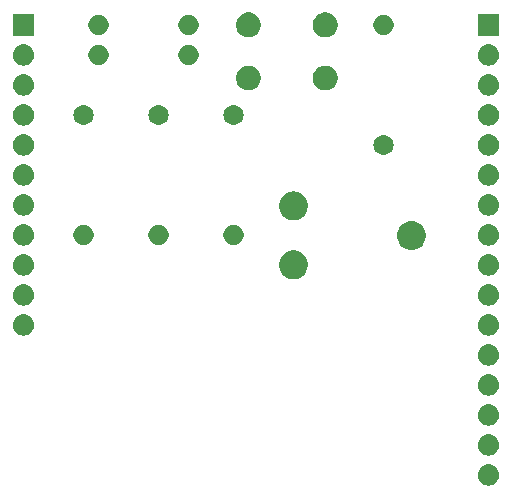
<source format=gbr>
G04 #@! TF.GenerationSoftware,KiCad,Pcbnew,(5.0.1)-4*
G04 #@! TF.CreationDate,2018-12-10T10:09:48+10:00*
G04 #@! TF.ProjectId,timer,74696D65722E6B696361645F70636200,rev?*
G04 #@! TF.SameCoordinates,Original*
G04 #@! TF.FileFunction,Soldermask,Bot*
G04 #@! TF.FilePolarity,Negative*
%FSLAX46Y46*%
G04 Gerber Fmt 4.6, Leading zero omitted, Abs format (unit mm)*
G04 Created by KiCad (PCBNEW (5.0.1)-4) date 10-Dec-18 10:09:48 AM*
%MOMM*%
%LPD*%
G01*
G04 APERTURE LIST*
%ADD10C,0.100000*%
G04 APERTURE END LIST*
D10*
G36*
X160130442Y-110865518D02*
X160196627Y-110872037D01*
X160309853Y-110906384D01*
X160366467Y-110923557D01*
X160505087Y-110997652D01*
X160522991Y-111007222D01*
X160558729Y-111036552D01*
X160660186Y-111119814D01*
X160743448Y-111221271D01*
X160772778Y-111257009D01*
X160772779Y-111257011D01*
X160856443Y-111413533D01*
X160856443Y-111413534D01*
X160907963Y-111583373D01*
X160925359Y-111760000D01*
X160907963Y-111936627D01*
X160873616Y-112049853D01*
X160856443Y-112106467D01*
X160782348Y-112245087D01*
X160772778Y-112262991D01*
X160743448Y-112298729D01*
X160660186Y-112400186D01*
X160558729Y-112483448D01*
X160522991Y-112512778D01*
X160522989Y-112512779D01*
X160366467Y-112596443D01*
X160309853Y-112613616D01*
X160196627Y-112647963D01*
X160130442Y-112654482D01*
X160064260Y-112661000D01*
X159975740Y-112661000D01*
X159909558Y-112654482D01*
X159843373Y-112647963D01*
X159730147Y-112613616D01*
X159673533Y-112596443D01*
X159517011Y-112512779D01*
X159517009Y-112512778D01*
X159481271Y-112483448D01*
X159379814Y-112400186D01*
X159296552Y-112298729D01*
X159267222Y-112262991D01*
X159257652Y-112245087D01*
X159183557Y-112106467D01*
X159166384Y-112049853D01*
X159132037Y-111936627D01*
X159114641Y-111760000D01*
X159132037Y-111583373D01*
X159183557Y-111413534D01*
X159183557Y-111413533D01*
X159267221Y-111257011D01*
X159267222Y-111257009D01*
X159296552Y-111221271D01*
X159379814Y-111119814D01*
X159481271Y-111036552D01*
X159517009Y-111007222D01*
X159534913Y-110997652D01*
X159673533Y-110923557D01*
X159730147Y-110906384D01*
X159843373Y-110872037D01*
X159909558Y-110865518D01*
X159975740Y-110859000D01*
X160064260Y-110859000D01*
X160130442Y-110865518D01*
X160130442Y-110865518D01*
G37*
G36*
X160130443Y-108325519D02*
X160196627Y-108332037D01*
X160309853Y-108366384D01*
X160366467Y-108383557D01*
X160505087Y-108457652D01*
X160522991Y-108467222D01*
X160558729Y-108496552D01*
X160660186Y-108579814D01*
X160743448Y-108681271D01*
X160772778Y-108717009D01*
X160772779Y-108717011D01*
X160856443Y-108873533D01*
X160856443Y-108873534D01*
X160907963Y-109043373D01*
X160925359Y-109220000D01*
X160907963Y-109396627D01*
X160873616Y-109509853D01*
X160856443Y-109566467D01*
X160782348Y-109705087D01*
X160772778Y-109722991D01*
X160743448Y-109758729D01*
X160660186Y-109860186D01*
X160558729Y-109943448D01*
X160522991Y-109972778D01*
X160522989Y-109972779D01*
X160366467Y-110056443D01*
X160309853Y-110073616D01*
X160196627Y-110107963D01*
X160130443Y-110114481D01*
X160064260Y-110121000D01*
X159975740Y-110121000D01*
X159909557Y-110114481D01*
X159843373Y-110107963D01*
X159730147Y-110073616D01*
X159673533Y-110056443D01*
X159517011Y-109972779D01*
X159517009Y-109972778D01*
X159481271Y-109943448D01*
X159379814Y-109860186D01*
X159296552Y-109758729D01*
X159267222Y-109722991D01*
X159257652Y-109705087D01*
X159183557Y-109566467D01*
X159166384Y-109509853D01*
X159132037Y-109396627D01*
X159114641Y-109220000D01*
X159132037Y-109043373D01*
X159183557Y-108873534D01*
X159183557Y-108873533D01*
X159267221Y-108717011D01*
X159267222Y-108717009D01*
X159296552Y-108681271D01*
X159379814Y-108579814D01*
X159481271Y-108496552D01*
X159517009Y-108467222D01*
X159534913Y-108457652D01*
X159673533Y-108383557D01*
X159730147Y-108366384D01*
X159843373Y-108332037D01*
X159909557Y-108325519D01*
X159975740Y-108319000D01*
X160064260Y-108319000D01*
X160130443Y-108325519D01*
X160130443Y-108325519D01*
G37*
G36*
X160130443Y-105785519D02*
X160196627Y-105792037D01*
X160309853Y-105826384D01*
X160366467Y-105843557D01*
X160505087Y-105917652D01*
X160522991Y-105927222D01*
X160558729Y-105956552D01*
X160660186Y-106039814D01*
X160743448Y-106141271D01*
X160772778Y-106177009D01*
X160772779Y-106177011D01*
X160856443Y-106333533D01*
X160856443Y-106333534D01*
X160907963Y-106503373D01*
X160925359Y-106680000D01*
X160907963Y-106856627D01*
X160873616Y-106969853D01*
X160856443Y-107026467D01*
X160782348Y-107165087D01*
X160772778Y-107182991D01*
X160743448Y-107218729D01*
X160660186Y-107320186D01*
X160558729Y-107403448D01*
X160522991Y-107432778D01*
X160522989Y-107432779D01*
X160366467Y-107516443D01*
X160309853Y-107533616D01*
X160196627Y-107567963D01*
X160130443Y-107574481D01*
X160064260Y-107581000D01*
X159975740Y-107581000D01*
X159909557Y-107574481D01*
X159843373Y-107567963D01*
X159730147Y-107533616D01*
X159673533Y-107516443D01*
X159517011Y-107432779D01*
X159517009Y-107432778D01*
X159481271Y-107403448D01*
X159379814Y-107320186D01*
X159296552Y-107218729D01*
X159267222Y-107182991D01*
X159257652Y-107165087D01*
X159183557Y-107026467D01*
X159166384Y-106969853D01*
X159132037Y-106856627D01*
X159114641Y-106680000D01*
X159132037Y-106503373D01*
X159183557Y-106333534D01*
X159183557Y-106333533D01*
X159267221Y-106177011D01*
X159267222Y-106177009D01*
X159296552Y-106141271D01*
X159379814Y-106039814D01*
X159481271Y-105956552D01*
X159517009Y-105927222D01*
X159534913Y-105917652D01*
X159673533Y-105843557D01*
X159730147Y-105826384D01*
X159843373Y-105792037D01*
X159909557Y-105785519D01*
X159975740Y-105779000D01*
X160064260Y-105779000D01*
X160130443Y-105785519D01*
X160130443Y-105785519D01*
G37*
G36*
X160130443Y-103245519D02*
X160196627Y-103252037D01*
X160309853Y-103286384D01*
X160366467Y-103303557D01*
X160505087Y-103377652D01*
X160522991Y-103387222D01*
X160558729Y-103416552D01*
X160660186Y-103499814D01*
X160743448Y-103601271D01*
X160772778Y-103637009D01*
X160772779Y-103637011D01*
X160856443Y-103793533D01*
X160856443Y-103793534D01*
X160907963Y-103963373D01*
X160925359Y-104140000D01*
X160907963Y-104316627D01*
X160873616Y-104429853D01*
X160856443Y-104486467D01*
X160782348Y-104625087D01*
X160772778Y-104642991D01*
X160743448Y-104678729D01*
X160660186Y-104780186D01*
X160558729Y-104863448D01*
X160522991Y-104892778D01*
X160522989Y-104892779D01*
X160366467Y-104976443D01*
X160309853Y-104993616D01*
X160196627Y-105027963D01*
X160130442Y-105034482D01*
X160064260Y-105041000D01*
X159975740Y-105041000D01*
X159909557Y-105034481D01*
X159843373Y-105027963D01*
X159730147Y-104993616D01*
X159673533Y-104976443D01*
X159517011Y-104892779D01*
X159517009Y-104892778D01*
X159481271Y-104863448D01*
X159379814Y-104780186D01*
X159296552Y-104678729D01*
X159267222Y-104642991D01*
X159257652Y-104625087D01*
X159183557Y-104486467D01*
X159166384Y-104429853D01*
X159132037Y-104316627D01*
X159114641Y-104140000D01*
X159132037Y-103963373D01*
X159183557Y-103793534D01*
X159183557Y-103793533D01*
X159267221Y-103637011D01*
X159267222Y-103637009D01*
X159296552Y-103601271D01*
X159379814Y-103499814D01*
X159481271Y-103416552D01*
X159517009Y-103387222D01*
X159534913Y-103377652D01*
X159673533Y-103303557D01*
X159730147Y-103286384D01*
X159843373Y-103252037D01*
X159909558Y-103245518D01*
X159975740Y-103239000D01*
X160064260Y-103239000D01*
X160130443Y-103245519D01*
X160130443Y-103245519D01*
G37*
G36*
X160130443Y-100705519D02*
X160196627Y-100712037D01*
X160309853Y-100746384D01*
X160366467Y-100763557D01*
X160505087Y-100837652D01*
X160522991Y-100847222D01*
X160558729Y-100876552D01*
X160660186Y-100959814D01*
X160743448Y-101061271D01*
X160772778Y-101097009D01*
X160772779Y-101097011D01*
X160856443Y-101253533D01*
X160856443Y-101253534D01*
X160907963Y-101423373D01*
X160925359Y-101600000D01*
X160907963Y-101776627D01*
X160873616Y-101889853D01*
X160856443Y-101946467D01*
X160782348Y-102085087D01*
X160772778Y-102102991D01*
X160743448Y-102138729D01*
X160660186Y-102240186D01*
X160558729Y-102323448D01*
X160522991Y-102352778D01*
X160522989Y-102352779D01*
X160366467Y-102436443D01*
X160309853Y-102453616D01*
X160196627Y-102487963D01*
X160130442Y-102494482D01*
X160064260Y-102501000D01*
X159975740Y-102501000D01*
X159909558Y-102494482D01*
X159843373Y-102487963D01*
X159730147Y-102453616D01*
X159673533Y-102436443D01*
X159517011Y-102352779D01*
X159517009Y-102352778D01*
X159481271Y-102323448D01*
X159379814Y-102240186D01*
X159296552Y-102138729D01*
X159267222Y-102102991D01*
X159257652Y-102085087D01*
X159183557Y-101946467D01*
X159166384Y-101889853D01*
X159132037Y-101776627D01*
X159114641Y-101600000D01*
X159132037Y-101423373D01*
X159183557Y-101253534D01*
X159183557Y-101253533D01*
X159267221Y-101097011D01*
X159267222Y-101097009D01*
X159296552Y-101061271D01*
X159379814Y-100959814D01*
X159481271Y-100876552D01*
X159517009Y-100847222D01*
X159534913Y-100837652D01*
X159673533Y-100763557D01*
X159730147Y-100746384D01*
X159843373Y-100712037D01*
X159909557Y-100705519D01*
X159975740Y-100699000D01*
X160064260Y-100699000D01*
X160130443Y-100705519D01*
X160130443Y-100705519D01*
G37*
G36*
X160130443Y-98165519D02*
X160196627Y-98172037D01*
X160309853Y-98206384D01*
X160366467Y-98223557D01*
X160505087Y-98297652D01*
X160522991Y-98307222D01*
X160558729Y-98336552D01*
X160660186Y-98419814D01*
X160743448Y-98521271D01*
X160772778Y-98557009D01*
X160772779Y-98557011D01*
X160856443Y-98713533D01*
X160856443Y-98713534D01*
X160907963Y-98883373D01*
X160925359Y-99060000D01*
X160907963Y-99236627D01*
X160873616Y-99349853D01*
X160856443Y-99406467D01*
X160782348Y-99545087D01*
X160772778Y-99562991D01*
X160743448Y-99598729D01*
X160660186Y-99700186D01*
X160558729Y-99783448D01*
X160522991Y-99812778D01*
X160522989Y-99812779D01*
X160366467Y-99896443D01*
X160309853Y-99913616D01*
X160196627Y-99947963D01*
X160130443Y-99954481D01*
X160064260Y-99961000D01*
X159975740Y-99961000D01*
X159909557Y-99954481D01*
X159843373Y-99947963D01*
X159730147Y-99913616D01*
X159673533Y-99896443D01*
X159517011Y-99812779D01*
X159517009Y-99812778D01*
X159481271Y-99783448D01*
X159379814Y-99700186D01*
X159296552Y-99598729D01*
X159267222Y-99562991D01*
X159257652Y-99545087D01*
X159183557Y-99406467D01*
X159166384Y-99349853D01*
X159132037Y-99236627D01*
X159114641Y-99060000D01*
X159132037Y-98883373D01*
X159183557Y-98713534D01*
X159183557Y-98713533D01*
X159267221Y-98557011D01*
X159267222Y-98557009D01*
X159296552Y-98521271D01*
X159379814Y-98419814D01*
X159481271Y-98336552D01*
X159517009Y-98307222D01*
X159534913Y-98297652D01*
X159673533Y-98223557D01*
X159730147Y-98206384D01*
X159843373Y-98172037D01*
X159909557Y-98165519D01*
X159975740Y-98159000D01*
X160064260Y-98159000D01*
X160130443Y-98165519D01*
X160130443Y-98165519D01*
G37*
G36*
X120760443Y-98165519D02*
X120826627Y-98172037D01*
X120939853Y-98206384D01*
X120996467Y-98223557D01*
X121135087Y-98297652D01*
X121152991Y-98307222D01*
X121188729Y-98336552D01*
X121290186Y-98419814D01*
X121373448Y-98521271D01*
X121402778Y-98557009D01*
X121402779Y-98557011D01*
X121486443Y-98713533D01*
X121486443Y-98713534D01*
X121537963Y-98883373D01*
X121555359Y-99060000D01*
X121537963Y-99236627D01*
X121503616Y-99349853D01*
X121486443Y-99406467D01*
X121412348Y-99545087D01*
X121402778Y-99562991D01*
X121373448Y-99598729D01*
X121290186Y-99700186D01*
X121188729Y-99783448D01*
X121152991Y-99812778D01*
X121152989Y-99812779D01*
X120996467Y-99896443D01*
X120939853Y-99913616D01*
X120826627Y-99947963D01*
X120760443Y-99954481D01*
X120694260Y-99961000D01*
X120605740Y-99961000D01*
X120539557Y-99954481D01*
X120473373Y-99947963D01*
X120360147Y-99913616D01*
X120303533Y-99896443D01*
X120147011Y-99812779D01*
X120147009Y-99812778D01*
X120111271Y-99783448D01*
X120009814Y-99700186D01*
X119926552Y-99598729D01*
X119897222Y-99562991D01*
X119887652Y-99545087D01*
X119813557Y-99406467D01*
X119796384Y-99349853D01*
X119762037Y-99236627D01*
X119744641Y-99060000D01*
X119762037Y-98883373D01*
X119813557Y-98713534D01*
X119813557Y-98713533D01*
X119897221Y-98557011D01*
X119897222Y-98557009D01*
X119926552Y-98521271D01*
X120009814Y-98419814D01*
X120111271Y-98336552D01*
X120147009Y-98307222D01*
X120164913Y-98297652D01*
X120303533Y-98223557D01*
X120360147Y-98206384D01*
X120473373Y-98172037D01*
X120539557Y-98165519D01*
X120605740Y-98159000D01*
X120694260Y-98159000D01*
X120760443Y-98165519D01*
X120760443Y-98165519D01*
G37*
G36*
X160130442Y-95625518D02*
X160196627Y-95632037D01*
X160309853Y-95666384D01*
X160366467Y-95683557D01*
X160505087Y-95757652D01*
X160522991Y-95767222D01*
X160558729Y-95796552D01*
X160660186Y-95879814D01*
X160743448Y-95981271D01*
X160772778Y-96017009D01*
X160772779Y-96017011D01*
X160856443Y-96173533D01*
X160856443Y-96173534D01*
X160907963Y-96343373D01*
X160925359Y-96520000D01*
X160907963Y-96696627D01*
X160873616Y-96809853D01*
X160856443Y-96866467D01*
X160782348Y-97005087D01*
X160772778Y-97022991D01*
X160743448Y-97058729D01*
X160660186Y-97160186D01*
X160558729Y-97243448D01*
X160522991Y-97272778D01*
X160522989Y-97272779D01*
X160366467Y-97356443D01*
X160309853Y-97373616D01*
X160196627Y-97407963D01*
X160130442Y-97414482D01*
X160064260Y-97421000D01*
X159975740Y-97421000D01*
X159909558Y-97414482D01*
X159843373Y-97407963D01*
X159730147Y-97373616D01*
X159673533Y-97356443D01*
X159517011Y-97272779D01*
X159517009Y-97272778D01*
X159481271Y-97243448D01*
X159379814Y-97160186D01*
X159296552Y-97058729D01*
X159267222Y-97022991D01*
X159257652Y-97005087D01*
X159183557Y-96866467D01*
X159166384Y-96809853D01*
X159132037Y-96696627D01*
X159114641Y-96520000D01*
X159132037Y-96343373D01*
X159183557Y-96173534D01*
X159183557Y-96173533D01*
X159267221Y-96017011D01*
X159267222Y-96017009D01*
X159296552Y-95981271D01*
X159379814Y-95879814D01*
X159481271Y-95796552D01*
X159517009Y-95767222D01*
X159534913Y-95757652D01*
X159673533Y-95683557D01*
X159730147Y-95666384D01*
X159843373Y-95632037D01*
X159909558Y-95625518D01*
X159975740Y-95619000D01*
X160064260Y-95619000D01*
X160130442Y-95625518D01*
X160130442Y-95625518D01*
G37*
G36*
X120760442Y-95625518D02*
X120826627Y-95632037D01*
X120939853Y-95666384D01*
X120996467Y-95683557D01*
X121135087Y-95757652D01*
X121152991Y-95767222D01*
X121188729Y-95796552D01*
X121290186Y-95879814D01*
X121373448Y-95981271D01*
X121402778Y-96017009D01*
X121402779Y-96017011D01*
X121486443Y-96173533D01*
X121486443Y-96173534D01*
X121537963Y-96343373D01*
X121555359Y-96520000D01*
X121537963Y-96696627D01*
X121503616Y-96809853D01*
X121486443Y-96866467D01*
X121412348Y-97005087D01*
X121402778Y-97022991D01*
X121373448Y-97058729D01*
X121290186Y-97160186D01*
X121188729Y-97243448D01*
X121152991Y-97272778D01*
X121152989Y-97272779D01*
X120996467Y-97356443D01*
X120939853Y-97373616D01*
X120826627Y-97407963D01*
X120760442Y-97414482D01*
X120694260Y-97421000D01*
X120605740Y-97421000D01*
X120539558Y-97414482D01*
X120473373Y-97407963D01*
X120360147Y-97373616D01*
X120303533Y-97356443D01*
X120147011Y-97272779D01*
X120147009Y-97272778D01*
X120111271Y-97243448D01*
X120009814Y-97160186D01*
X119926552Y-97058729D01*
X119897222Y-97022991D01*
X119887652Y-97005087D01*
X119813557Y-96866467D01*
X119796384Y-96809853D01*
X119762037Y-96696627D01*
X119744641Y-96520000D01*
X119762037Y-96343373D01*
X119813557Y-96173534D01*
X119813557Y-96173533D01*
X119897221Y-96017011D01*
X119897222Y-96017009D01*
X119926552Y-95981271D01*
X120009814Y-95879814D01*
X120111271Y-95796552D01*
X120147009Y-95767222D01*
X120164913Y-95757652D01*
X120303533Y-95683557D01*
X120360147Y-95666384D01*
X120473373Y-95632037D01*
X120539558Y-95625518D01*
X120605740Y-95619000D01*
X120694260Y-95619000D01*
X120760442Y-95625518D01*
X120760442Y-95625518D01*
G37*
G36*
X143866153Y-92805922D02*
X143958194Y-92844047D01*
X144088359Y-92897963D01*
X144288345Y-93031589D01*
X144458411Y-93201655D01*
X144592037Y-93401641D01*
X144623255Y-93477009D01*
X144684078Y-93623847D01*
X144731000Y-93859742D01*
X144731000Y-94100258D01*
X144686005Y-94326467D01*
X144684078Y-94336152D01*
X144592037Y-94558359D01*
X144458411Y-94758345D01*
X144288345Y-94928411D01*
X144088359Y-95062037D01*
X143958194Y-95115953D01*
X143866153Y-95154078D01*
X143630259Y-95201000D01*
X143389741Y-95201000D01*
X143153847Y-95154078D01*
X143061806Y-95115953D01*
X142931641Y-95062037D01*
X142731655Y-94928411D01*
X142561589Y-94758345D01*
X142427963Y-94558359D01*
X142335922Y-94336152D01*
X142333996Y-94326467D01*
X142289000Y-94100258D01*
X142289000Y-93859742D01*
X142335922Y-93623847D01*
X142396745Y-93477009D01*
X142427963Y-93401641D01*
X142561589Y-93201655D01*
X142731655Y-93031589D01*
X142931641Y-92897963D01*
X143061806Y-92844047D01*
X143153847Y-92805922D01*
X143389741Y-92759000D01*
X143630259Y-92759000D01*
X143866153Y-92805922D01*
X143866153Y-92805922D01*
G37*
G36*
X160130443Y-93085519D02*
X160196627Y-93092037D01*
X160309853Y-93126384D01*
X160366467Y-93143557D01*
X160505087Y-93217652D01*
X160522991Y-93227222D01*
X160558729Y-93256552D01*
X160660186Y-93339814D01*
X160710925Y-93401641D01*
X160772778Y-93477009D01*
X160772779Y-93477011D01*
X160856443Y-93633533D01*
X160856443Y-93633534D01*
X160907963Y-93803373D01*
X160925359Y-93980000D01*
X160907963Y-94156627D01*
X160873616Y-94269853D01*
X160856443Y-94326467D01*
X160782348Y-94465087D01*
X160772778Y-94482991D01*
X160743448Y-94518729D01*
X160660186Y-94620186D01*
X160558729Y-94703448D01*
X160522991Y-94732778D01*
X160522989Y-94732779D01*
X160366467Y-94816443D01*
X160309853Y-94833616D01*
X160196627Y-94867963D01*
X160130443Y-94874481D01*
X160064260Y-94881000D01*
X159975740Y-94881000D01*
X159909557Y-94874481D01*
X159843373Y-94867963D01*
X159730147Y-94833616D01*
X159673533Y-94816443D01*
X159517011Y-94732779D01*
X159517009Y-94732778D01*
X159481271Y-94703448D01*
X159379814Y-94620186D01*
X159296552Y-94518729D01*
X159267222Y-94482991D01*
X159257652Y-94465087D01*
X159183557Y-94326467D01*
X159166384Y-94269853D01*
X159132037Y-94156627D01*
X159114641Y-93980000D01*
X159132037Y-93803373D01*
X159183557Y-93633534D01*
X159183557Y-93633533D01*
X159267221Y-93477011D01*
X159267222Y-93477009D01*
X159329075Y-93401641D01*
X159379814Y-93339814D01*
X159481271Y-93256552D01*
X159517009Y-93227222D01*
X159534913Y-93217652D01*
X159673533Y-93143557D01*
X159730147Y-93126384D01*
X159843373Y-93092037D01*
X159909557Y-93085519D01*
X159975740Y-93079000D01*
X160064260Y-93079000D01*
X160130443Y-93085519D01*
X160130443Y-93085519D01*
G37*
G36*
X120760443Y-93085519D02*
X120826627Y-93092037D01*
X120939853Y-93126384D01*
X120996467Y-93143557D01*
X121135087Y-93217652D01*
X121152991Y-93227222D01*
X121188729Y-93256552D01*
X121290186Y-93339814D01*
X121340925Y-93401641D01*
X121402778Y-93477009D01*
X121402779Y-93477011D01*
X121486443Y-93633533D01*
X121486443Y-93633534D01*
X121537963Y-93803373D01*
X121555359Y-93980000D01*
X121537963Y-94156627D01*
X121503616Y-94269853D01*
X121486443Y-94326467D01*
X121412348Y-94465087D01*
X121402778Y-94482991D01*
X121373448Y-94518729D01*
X121290186Y-94620186D01*
X121188729Y-94703448D01*
X121152991Y-94732778D01*
X121152989Y-94732779D01*
X120996467Y-94816443D01*
X120939853Y-94833616D01*
X120826627Y-94867963D01*
X120760443Y-94874481D01*
X120694260Y-94881000D01*
X120605740Y-94881000D01*
X120539557Y-94874481D01*
X120473373Y-94867963D01*
X120360147Y-94833616D01*
X120303533Y-94816443D01*
X120147011Y-94732779D01*
X120147009Y-94732778D01*
X120111271Y-94703448D01*
X120009814Y-94620186D01*
X119926552Y-94518729D01*
X119897222Y-94482991D01*
X119887652Y-94465087D01*
X119813557Y-94326467D01*
X119796384Y-94269853D01*
X119762037Y-94156627D01*
X119744641Y-93980000D01*
X119762037Y-93803373D01*
X119813557Y-93633534D01*
X119813557Y-93633533D01*
X119897221Y-93477011D01*
X119897222Y-93477009D01*
X119959075Y-93401641D01*
X120009814Y-93339814D01*
X120111271Y-93256552D01*
X120147009Y-93227222D01*
X120164913Y-93217652D01*
X120303533Y-93143557D01*
X120360147Y-93126384D01*
X120473373Y-93092037D01*
X120539557Y-93085519D01*
X120605740Y-93079000D01*
X120694260Y-93079000D01*
X120760443Y-93085519D01*
X120760443Y-93085519D01*
G37*
G36*
X153748205Y-90282461D02*
X153866153Y-90305922D01*
X153958194Y-90344047D01*
X154088359Y-90397963D01*
X154288345Y-90531589D01*
X154458411Y-90701655D01*
X154592037Y-90901641D01*
X154684078Y-91123848D01*
X154731000Y-91359741D01*
X154731000Y-91600259D01*
X154684078Y-91836152D01*
X154592037Y-92058359D01*
X154458411Y-92258345D01*
X154288345Y-92428411D01*
X154088359Y-92562037D01*
X153958194Y-92615953D01*
X153866153Y-92654078D01*
X153630259Y-92701000D01*
X153389741Y-92701000D01*
X153271795Y-92677539D01*
X153153847Y-92654078D01*
X153061806Y-92615953D01*
X152931641Y-92562037D01*
X152731655Y-92428411D01*
X152561589Y-92258345D01*
X152427963Y-92058359D01*
X152335922Y-91836152D01*
X152289000Y-91600259D01*
X152289000Y-91359741D01*
X152335922Y-91123848D01*
X152427963Y-90901641D01*
X152561589Y-90701655D01*
X152731655Y-90531589D01*
X152931641Y-90397963D01*
X153061806Y-90344047D01*
X153153847Y-90305922D01*
X153271795Y-90282461D01*
X153389741Y-90259000D01*
X153630259Y-90259000D01*
X153748205Y-90282461D01*
X153748205Y-90282461D01*
G37*
G36*
X120760443Y-90545519D02*
X120826627Y-90552037D01*
X120939853Y-90586384D01*
X120996467Y-90603557D01*
X121135087Y-90677652D01*
X121152991Y-90687222D01*
X121170581Y-90701658D01*
X121290186Y-90799814D01*
X121370369Y-90897519D01*
X121402778Y-90937009D01*
X121402779Y-90937011D01*
X121486443Y-91093533D01*
X121486443Y-91093534D01*
X121537963Y-91263373D01*
X121555359Y-91440000D01*
X121537963Y-91616627D01*
X121516243Y-91688228D01*
X121486443Y-91786467D01*
X121412348Y-91925087D01*
X121402778Y-91942991D01*
X121373448Y-91978729D01*
X121290186Y-92080186D01*
X121188729Y-92163448D01*
X121152991Y-92192778D01*
X121152989Y-92192779D01*
X120996467Y-92276443D01*
X120948478Y-92291000D01*
X120826627Y-92327963D01*
X120760443Y-92334481D01*
X120694260Y-92341000D01*
X120605740Y-92341000D01*
X120539557Y-92334481D01*
X120473373Y-92327963D01*
X120351522Y-92291000D01*
X120303533Y-92276443D01*
X120147011Y-92192779D01*
X120147009Y-92192778D01*
X120111271Y-92163448D01*
X120009814Y-92080186D01*
X119926552Y-91978729D01*
X119897222Y-91942991D01*
X119887652Y-91925087D01*
X119813557Y-91786467D01*
X119783757Y-91688228D01*
X119762037Y-91616627D01*
X119744641Y-91440000D01*
X119762037Y-91263373D01*
X119813557Y-91093534D01*
X119813557Y-91093533D01*
X119897221Y-90937011D01*
X119897222Y-90937009D01*
X119929631Y-90897519D01*
X120009814Y-90799814D01*
X120129419Y-90701658D01*
X120147009Y-90687222D01*
X120164913Y-90677652D01*
X120303533Y-90603557D01*
X120360147Y-90586384D01*
X120473373Y-90552037D01*
X120539557Y-90545519D01*
X120605740Y-90539000D01*
X120694260Y-90539000D01*
X120760443Y-90545519D01*
X120760443Y-90545519D01*
G37*
G36*
X160130443Y-90545519D02*
X160196627Y-90552037D01*
X160309853Y-90586384D01*
X160366467Y-90603557D01*
X160505087Y-90677652D01*
X160522991Y-90687222D01*
X160540581Y-90701658D01*
X160660186Y-90799814D01*
X160740369Y-90897519D01*
X160772778Y-90937009D01*
X160772779Y-90937011D01*
X160856443Y-91093533D01*
X160856443Y-91093534D01*
X160907963Y-91263373D01*
X160925359Y-91440000D01*
X160907963Y-91616627D01*
X160886243Y-91688228D01*
X160856443Y-91786467D01*
X160782348Y-91925087D01*
X160772778Y-91942991D01*
X160743448Y-91978729D01*
X160660186Y-92080186D01*
X160558729Y-92163448D01*
X160522991Y-92192778D01*
X160522989Y-92192779D01*
X160366467Y-92276443D01*
X160318478Y-92291000D01*
X160196627Y-92327963D01*
X160130443Y-92334481D01*
X160064260Y-92341000D01*
X159975740Y-92341000D01*
X159909557Y-92334481D01*
X159843373Y-92327963D01*
X159721522Y-92291000D01*
X159673533Y-92276443D01*
X159517011Y-92192779D01*
X159517009Y-92192778D01*
X159481271Y-92163448D01*
X159379814Y-92080186D01*
X159296552Y-91978729D01*
X159267222Y-91942991D01*
X159257652Y-91925087D01*
X159183557Y-91786467D01*
X159153757Y-91688228D01*
X159132037Y-91616627D01*
X159114641Y-91440000D01*
X159132037Y-91263373D01*
X159183557Y-91093534D01*
X159183557Y-91093533D01*
X159267221Y-90937011D01*
X159267222Y-90937009D01*
X159299631Y-90897519D01*
X159379814Y-90799814D01*
X159499419Y-90701658D01*
X159517009Y-90687222D01*
X159534913Y-90677652D01*
X159673533Y-90603557D01*
X159730147Y-90586384D01*
X159843373Y-90552037D01*
X159909558Y-90545518D01*
X159975740Y-90539000D01*
X160064260Y-90539000D01*
X160130443Y-90545519D01*
X160130443Y-90545519D01*
G37*
G36*
X138678228Y-90621703D02*
X138833100Y-90685853D01*
X138972481Y-90778985D01*
X139091015Y-90897519D01*
X139184147Y-91036900D01*
X139248297Y-91191772D01*
X139281000Y-91356184D01*
X139281000Y-91523816D01*
X139248297Y-91688228D01*
X139184147Y-91843100D01*
X139091015Y-91982481D01*
X138972481Y-92101015D01*
X138833100Y-92194147D01*
X138678228Y-92258297D01*
X138513816Y-92291000D01*
X138346184Y-92291000D01*
X138181772Y-92258297D01*
X138026900Y-92194147D01*
X137887519Y-92101015D01*
X137768985Y-91982481D01*
X137675853Y-91843100D01*
X137611703Y-91688228D01*
X137579000Y-91523816D01*
X137579000Y-91356184D01*
X137611703Y-91191772D01*
X137675853Y-91036900D01*
X137768985Y-90897519D01*
X137887519Y-90778985D01*
X138026900Y-90685853D01*
X138181772Y-90621703D01*
X138346184Y-90589000D01*
X138513816Y-90589000D01*
X138678228Y-90621703D01*
X138678228Y-90621703D01*
G37*
G36*
X132328228Y-90621703D02*
X132483100Y-90685853D01*
X132622481Y-90778985D01*
X132741015Y-90897519D01*
X132834147Y-91036900D01*
X132898297Y-91191772D01*
X132931000Y-91356184D01*
X132931000Y-91523816D01*
X132898297Y-91688228D01*
X132834147Y-91843100D01*
X132741015Y-91982481D01*
X132622481Y-92101015D01*
X132483100Y-92194147D01*
X132328228Y-92258297D01*
X132163816Y-92291000D01*
X131996184Y-92291000D01*
X131831772Y-92258297D01*
X131676900Y-92194147D01*
X131537519Y-92101015D01*
X131418985Y-91982481D01*
X131325853Y-91843100D01*
X131261703Y-91688228D01*
X131229000Y-91523816D01*
X131229000Y-91356184D01*
X131261703Y-91191772D01*
X131325853Y-91036900D01*
X131418985Y-90897519D01*
X131537519Y-90778985D01*
X131676900Y-90685853D01*
X131831772Y-90621703D01*
X131996184Y-90589000D01*
X132163816Y-90589000D01*
X132328228Y-90621703D01*
X132328228Y-90621703D01*
G37*
G36*
X125978228Y-90621703D02*
X126133100Y-90685853D01*
X126272481Y-90778985D01*
X126391015Y-90897519D01*
X126484147Y-91036900D01*
X126548297Y-91191772D01*
X126581000Y-91356184D01*
X126581000Y-91523816D01*
X126548297Y-91688228D01*
X126484147Y-91843100D01*
X126391015Y-91982481D01*
X126272481Y-92101015D01*
X126133100Y-92194147D01*
X125978228Y-92258297D01*
X125813816Y-92291000D01*
X125646184Y-92291000D01*
X125481772Y-92258297D01*
X125326900Y-92194147D01*
X125187519Y-92101015D01*
X125068985Y-91982481D01*
X124975853Y-91843100D01*
X124911703Y-91688228D01*
X124879000Y-91523816D01*
X124879000Y-91356184D01*
X124911703Y-91191772D01*
X124975853Y-91036900D01*
X125068985Y-90897519D01*
X125187519Y-90778985D01*
X125326900Y-90685853D01*
X125481772Y-90621703D01*
X125646184Y-90589000D01*
X125813816Y-90589000D01*
X125978228Y-90621703D01*
X125978228Y-90621703D01*
G37*
G36*
X143748205Y-87782461D02*
X143866153Y-87805922D01*
X143958194Y-87844047D01*
X144088359Y-87897963D01*
X144288345Y-88031589D01*
X144458411Y-88201655D01*
X144592037Y-88401641D01*
X144645953Y-88531806D01*
X144684078Y-88623847D01*
X144731000Y-88859742D01*
X144731000Y-89100258D01*
X144684078Y-89336153D01*
X144645953Y-89428194D01*
X144592037Y-89558359D01*
X144458411Y-89758345D01*
X144288345Y-89928411D01*
X144088359Y-90062037D01*
X143958194Y-90115953D01*
X143866153Y-90154078D01*
X143630259Y-90201000D01*
X143389741Y-90201000D01*
X143153847Y-90154078D01*
X143061806Y-90115953D01*
X142931641Y-90062037D01*
X142731655Y-89928411D01*
X142561589Y-89758345D01*
X142427963Y-89558359D01*
X142374047Y-89428194D01*
X142335922Y-89336153D01*
X142289000Y-89100258D01*
X142289000Y-88859742D01*
X142335922Y-88623847D01*
X142374047Y-88531806D01*
X142427963Y-88401641D01*
X142561589Y-88201655D01*
X142731655Y-88031589D01*
X142931641Y-87897963D01*
X143061806Y-87844047D01*
X143153847Y-87805922D01*
X143271795Y-87782461D01*
X143389741Y-87759000D01*
X143630259Y-87759000D01*
X143748205Y-87782461D01*
X143748205Y-87782461D01*
G37*
G36*
X160130443Y-88005519D02*
X160196627Y-88012037D01*
X160261081Y-88031589D01*
X160366467Y-88063557D01*
X160505087Y-88137652D01*
X160522991Y-88147222D01*
X160558729Y-88176552D01*
X160660186Y-88259814D01*
X160743448Y-88361271D01*
X160772778Y-88397009D01*
X160772779Y-88397011D01*
X160856443Y-88553533D01*
X160856443Y-88553534D01*
X160907963Y-88723373D01*
X160925359Y-88900000D01*
X160907963Y-89076627D01*
X160900794Y-89100259D01*
X160856443Y-89246467D01*
X160808504Y-89336153D01*
X160772778Y-89402991D01*
X160743448Y-89438729D01*
X160660186Y-89540186D01*
X160558729Y-89623448D01*
X160522991Y-89652778D01*
X160522989Y-89652779D01*
X160366467Y-89736443D01*
X160309853Y-89753616D01*
X160196627Y-89787963D01*
X160130443Y-89794481D01*
X160064260Y-89801000D01*
X159975740Y-89801000D01*
X159909557Y-89794481D01*
X159843373Y-89787963D01*
X159730147Y-89753616D01*
X159673533Y-89736443D01*
X159517011Y-89652779D01*
X159517009Y-89652778D01*
X159481271Y-89623448D01*
X159379814Y-89540186D01*
X159296552Y-89438729D01*
X159267222Y-89402991D01*
X159231496Y-89336153D01*
X159183557Y-89246467D01*
X159139206Y-89100259D01*
X159132037Y-89076627D01*
X159114641Y-88900000D01*
X159132037Y-88723373D01*
X159183557Y-88553534D01*
X159183557Y-88553533D01*
X159267221Y-88397011D01*
X159267222Y-88397009D01*
X159296552Y-88361271D01*
X159379814Y-88259814D01*
X159481271Y-88176552D01*
X159517009Y-88147222D01*
X159534913Y-88137652D01*
X159673533Y-88063557D01*
X159778919Y-88031589D01*
X159843373Y-88012037D01*
X159909557Y-88005519D01*
X159975740Y-87999000D01*
X160064260Y-87999000D01*
X160130443Y-88005519D01*
X160130443Y-88005519D01*
G37*
G36*
X120760443Y-88005519D02*
X120826627Y-88012037D01*
X120891081Y-88031589D01*
X120996467Y-88063557D01*
X121135087Y-88137652D01*
X121152991Y-88147222D01*
X121188729Y-88176552D01*
X121290186Y-88259814D01*
X121373448Y-88361271D01*
X121402778Y-88397009D01*
X121402779Y-88397011D01*
X121486443Y-88553533D01*
X121486443Y-88553534D01*
X121537963Y-88723373D01*
X121555359Y-88900000D01*
X121537963Y-89076627D01*
X121530794Y-89100259D01*
X121486443Y-89246467D01*
X121438504Y-89336153D01*
X121402778Y-89402991D01*
X121373448Y-89438729D01*
X121290186Y-89540186D01*
X121188729Y-89623448D01*
X121152991Y-89652778D01*
X121152989Y-89652779D01*
X120996467Y-89736443D01*
X120939853Y-89753616D01*
X120826627Y-89787963D01*
X120760443Y-89794481D01*
X120694260Y-89801000D01*
X120605740Y-89801000D01*
X120539557Y-89794481D01*
X120473373Y-89787963D01*
X120360147Y-89753616D01*
X120303533Y-89736443D01*
X120147011Y-89652779D01*
X120147009Y-89652778D01*
X120111271Y-89623448D01*
X120009814Y-89540186D01*
X119926552Y-89438729D01*
X119897222Y-89402991D01*
X119861496Y-89336153D01*
X119813557Y-89246467D01*
X119769206Y-89100259D01*
X119762037Y-89076627D01*
X119744641Y-88900000D01*
X119762037Y-88723373D01*
X119813557Y-88553534D01*
X119813557Y-88553533D01*
X119897221Y-88397011D01*
X119897222Y-88397009D01*
X119926552Y-88361271D01*
X120009814Y-88259814D01*
X120111271Y-88176552D01*
X120147009Y-88147222D01*
X120164913Y-88137652D01*
X120303533Y-88063557D01*
X120408919Y-88031589D01*
X120473373Y-88012037D01*
X120539557Y-88005519D01*
X120605740Y-87999000D01*
X120694260Y-87999000D01*
X120760443Y-88005519D01*
X120760443Y-88005519D01*
G37*
G36*
X160130442Y-85465518D02*
X160196627Y-85472037D01*
X160309853Y-85506384D01*
X160366467Y-85523557D01*
X160505087Y-85597652D01*
X160522991Y-85607222D01*
X160558729Y-85636552D01*
X160660186Y-85719814D01*
X160743448Y-85821271D01*
X160772778Y-85857009D01*
X160772779Y-85857011D01*
X160856443Y-86013533D01*
X160856443Y-86013534D01*
X160907963Y-86183373D01*
X160925359Y-86360000D01*
X160907963Y-86536627D01*
X160873616Y-86649853D01*
X160856443Y-86706467D01*
X160782348Y-86845087D01*
X160772778Y-86862991D01*
X160743448Y-86898729D01*
X160660186Y-87000186D01*
X160558729Y-87083448D01*
X160522991Y-87112778D01*
X160522989Y-87112779D01*
X160366467Y-87196443D01*
X160309853Y-87213616D01*
X160196627Y-87247963D01*
X160130442Y-87254482D01*
X160064260Y-87261000D01*
X159975740Y-87261000D01*
X159909558Y-87254482D01*
X159843373Y-87247963D01*
X159730147Y-87213616D01*
X159673533Y-87196443D01*
X159517011Y-87112779D01*
X159517009Y-87112778D01*
X159481271Y-87083448D01*
X159379814Y-87000186D01*
X159296552Y-86898729D01*
X159267222Y-86862991D01*
X159257652Y-86845087D01*
X159183557Y-86706467D01*
X159166384Y-86649853D01*
X159132037Y-86536627D01*
X159114641Y-86360000D01*
X159132037Y-86183373D01*
X159183557Y-86013534D01*
X159183557Y-86013533D01*
X159267221Y-85857011D01*
X159267222Y-85857009D01*
X159296552Y-85821271D01*
X159379814Y-85719814D01*
X159481271Y-85636552D01*
X159517009Y-85607222D01*
X159534913Y-85597652D01*
X159673533Y-85523557D01*
X159730147Y-85506384D01*
X159843373Y-85472037D01*
X159909558Y-85465518D01*
X159975740Y-85459000D01*
X160064260Y-85459000D01*
X160130442Y-85465518D01*
X160130442Y-85465518D01*
G37*
G36*
X120760442Y-85465518D02*
X120826627Y-85472037D01*
X120939853Y-85506384D01*
X120996467Y-85523557D01*
X121135087Y-85597652D01*
X121152991Y-85607222D01*
X121188729Y-85636552D01*
X121290186Y-85719814D01*
X121373448Y-85821271D01*
X121402778Y-85857009D01*
X121402779Y-85857011D01*
X121486443Y-86013533D01*
X121486443Y-86013534D01*
X121537963Y-86183373D01*
X121555359Y-86360000D01*
X121537963Y-86536627D01*
X121503616Y-86649853D01*
X121486443Y-86706467D01*
X121412348Y-86845087D01*
X121402778Y-86862991D01*
X121373448Y-86898729D01*
X121290186Y-87000186D01*
X121188729Y-87083448D01*
X121152991Y-87112778D01*
X121152989Y-87112779D01*
X120996467Y-87196443D01*
X120939853Y-87213616D01*
X120826627Y-87247963D01*
X120760442Y-87254482D01*
X120694260Y-87261000D01*
X120605740Y-87261000D01*
X120539558Y-87254482D01*
X120473373Y-87247963D01*
X120360147Y-87213616D01*
X120303533Y-87196443D01*
X120147011Y-87112779D01*
X120147009Y-87112778D01*
X120111271Y-87083448D01*
X120009814Y-87000186D01*
X119926552Y-86898729D01*
X119897222Y-86862991D01*
X119887652Y-86845087D01*
X119813557Y-86706467D01*
X119796384Y-86649853D01*
X119762037Y-86536627D01*
X119744641Y-86360000D01*
X119762037Y-86183373D01*
X119813557Y-86013534D01*
X119813557Y-86013533D01*
X119897221Y-85857011D01*
X119897222Y-85857009D01*
X119926552Y-85821271D01*
X120009814Y-85719814D01*
X120111271Y-85636552D01*
X120147009Y-85607222D01*
X120164913Y-85597652D01*
X120303533Y-85523557D01*
X120360147Y-85506384D01*
X120473373Y-85472037D01*
X120539558Y-85465518D01*
X120605740Y-85459000D01*
X120694260Y-85459000D01*
X120760442Y-85465518D01*
X120760442Y-85465518D01*
G37*
G36*
X120760443Y-82925519D02*
X120826627Y-82932037D01*
X120939853Y-82966384D01*
X120996467Y-82983557D01*
X121083311Y-83029977D01*
X121152991Y-83067222D01*
X121188729Y-83096552D01*
X121290186Y-83179814D01*
X121373448Y-83281271D01*
X121402778Y-83317009D01*
X121402779Y-83317011D01*
X121486443Y-83473533D01*
X121503616Y-83530147D01*
X121537963Y-83643373D01*
X121555359Y-83820000D01*
X121537963Y-83996627D01*
X121503616Y-84109853D01*
X121486443Y-84166467D01*
X121417698Y-84295078D01*
X121402778Y-84322991D01*
X121373448Y-84358729D01*
X121290186Y-84460186D01*
X121188729Y-84543448D01*
X121152991Y-84572778D01*
X121152989Y-84572779D01*
X120996467Y-84656443D01*
X120989069Y-84658687D01*
X120826627Y-84707963D01*
X120760443Y-84714481D01*
X120694260Y-84721000D01*
X120605740Y-84721000D01*
X120539557Y-84714481D01*
X120473373Y-84707963D01*
X120310931Y-84658687D01*
X120303533Y-84656443D01*
X120147011Y-84572779D01*
X120147009Y-84572778D01*
X120111271Y-84543448D01*
X120009814Y-84460186D01*
X119926552Y-84358729D01*
X119897222Y-84322991D01*
X119882302Y-84295078D01*
X119813557Y-84166467D01*
X119796384Y-84109853D01*
X119762037Y-83996627D01*
X119744641Y-83820000D01*
X119762037Y-83643373D01*
X119796384Y-83530147D01*
X119813557Y-83473533D01*
X119897221Y-83317011D01*
X119897222Y-83317009D01*
X119926552Y-83281271D01*
X120009814Y-83179814D01*
X120111271Y-83096552D01*
X120147009Y-83067222D01*
X120216689Y-83029977D01*
X120303533Y-82983557D01*
X120360147Y-82966384D01*
X120473373Y-82932037D01*
X120539557Y-82925519D01*
X120605740Y-82919000D01*
X120694260Y-82919000D01*
X120760443Y-82925519D01*
X120760443Y-82925519D01*
G37*
G36*
X160130443Y-82925519D02*
X160196627Y-82932037D01*
X160309853Y-82966384D01*
X160366467Y-82983557D01*
X160453311Y-83029977D01*
X160522991Y-83067222D01*
X160558729Y-83096552D01*
X160660186Y-83179814D01*
X160743448Y-83281271D01*
X160772778Y-83317009D01*
X160772779Y-83317011D01*
X160856443Y-83473533D01*
X160873616Y-83530147D01*
X160907963Y-83643373D01*
X160925359Y-83820000D01*
X160907963Y-83996627D01*
X160873616Y-84109853D01*
X160856443Y-84166467D01*
X160787698Y-84295078D01*
X160772778Y-84322991D01*
X160743448Y-84358729D01*
X160660186Y-84460186D01*
X160558729Y-84543448D01*
X160522991Y-84572778D01*
X160522989Y-84572779D01*
X160366467Y-84656443D01*
X160359069Y-84658687D01*
X160196627Y-84707963D01*
X160130443Y-84714481D01*
X160064260Y-84721000D01*
X159975740Y-84721000D01*
X159909557Y-84714481D01*
X159843373Y-84707963D01*
X159680931Y-84658687D01*
X159673533Y-84656443D01*
X159517011Y-84572779D01*
X159517009Y-84572778D01*
X159481271Y-84543448D01*
X159379814Y-84460186D01*
X159296552Y-84358729D01*
X159267222Y-84322991D01*
X159252302Y-84295078D01*
X159183557Y-84166467D01*
X159166384Y-84109853D01*
X159132037Y-83996627D01*
X159114641Y-83820000D01*
X159132037Y-83643373D01*
X159166384Y-83530147D01*
X159183557Y-83473533D01*
X159267221Y-83317011D01*
X159267222Y-83317009D01*
X159296552Y-83281271D01*
X159379814Y-83179814D01*
X159481271Y-83096552D01*
X159517009Y-83067222D01*
X159586689Y-83029977D01*
X159673533Y-82983557D01*
X159730147Y-82966384D01*
X159843373Y-82932037D01*
X159909557Y-82925519D01*
X159975740Y-82919000D01*
X160064260Y-82919000D01*
X160130443Y-82925519D01*
X160130443Y-82925519D01*
G37*
G36*
X151296821Y-82981313D02*
X151296824Y-82981314D01*
X151296825Y-82981314D01*
X151457239Y-83029975D01*
X151457241Y-83029976D01*
X151457244Y-83029977D01*
X151605078Y-83108995D01*
X151734659Y-83215341D01*
X151841005Y-83344922D01*
X151920023Y-83492756D01*
X151920024Y-83492759D01*
X151920025Y-83492761D01*
X151965713Y-83643375D01*
X151968687Y-83653179D01*
X151985117Y-83820000D01*
X151968687Y-83986821D01*
X151968686Y-83986824D01*
X151968686Y-83986825D01*
X151965713Y-83996627D01*
X151920023Y-84147244D01*
X151841005Y-84295078D01*
X151734659Y-84424659D01*
X151605078Y-84531005D01*
X151457244Y-84610023D01*
X151457241Y-84610024D01*
X151457239Y-84610025D01*
X151296825Y-84658686D01*
X151296824Y-84658686D01*
X151296821Y-84658687D01*
X151171804Y-84671000D01*
X151088196Y-84671000D01*
X150963179Y-84658687D01*
X150963176Y-84658686D01*
X150963175Y-84658686D01*
X150802761Y-84610025D01*
X150802759Y-84610024D01*
X150802756Y-84610023D01*
X150654922Y-84531005D01*
X150525341Y-84424659D01*
X150418995Y-84295078D01*
X150339977Y-84147244D01*
X150294288Y-83996627D01*
X150291314Y-83986825D01*
X150291314Y-83986824D01*
X150291313Y-83986821D01*
X150274883Y-83820000D01*
X150291313Y-83653179D01*
X150294287Y-83643375D01*
X150339975Y-83492761D01*
X150339976Y-83492759D01*
X150339977Y-83492756D01*
X150418995Y-83344922D01*
X150525341Y-83215341D01*
X150654922Y-83108995D01*
X150802756Y-83029977D01*
X150802759Y-83029976D01*
X150802761Y-83029975D01*
X150963175Y-82981314D01*
X150963176Y-82981314D01*
X150963179Y-82981313D01*
X151088196Y-82969000D01*
X151171804Y-82969000D01*
X151296821Y-82981313D01*
X151296821Y-82981313D01*
G37*
G36*
X120760442Y-80385518D02*
X120826627Y-80392037D01*
X120939853Y-80426384D01*
X120996467Y-80443557D01*
X121083311Y-80489977D01*
X121152991Y-80527222D01*
X121188729Y-80556552D01*
X121290186Y-80639814D01*
X121373448Y-80741271D01*
X121402778Y-80777009D01*
X121402779Y-80777011D01*
X121486443Y-80933533D01*
X121503616Y-80990147D01*
X121537963Y-81103373D01*
X121555359Y-81280000D01*
X121537963Y-81456627D01*
X121503616Y-81569853D01*
X121486443Y-81626467D01*
X121417698Y-81755078D01*
X121402778Y-81782991D01*
X121373448Y-81818729D01*
X121290186Y-81920186D01*
X121188729Y-82003448D01*
X121152991Y-82032778D01*
X121152989Y-82032779D01*
X120996467Y-82116443D01*
X120989069Y-82118687D01*
X120826627Y-82167963D01*
X120760443Y-82174481D01*
X120694260Y-82181000D01*
X120605740Y-82181000D01*
X120539557Y-82174481D01*
X120473373Y-82167963D01*
X120310931Y-82118687D01*
X120303533Y-82116443D01*
X120147011Y-82032779D01*
X120147009Y-82032778D01*
X120111271Y-82003448D01*
X120009814Y-81920186D01*
X119926552Y-81818729D01*
X119897222Y-81782991D01*
X119882302Y-81755078D01*
X119813557Y-81626467D01*
X119796384Y-81569853D01*
X119762037Y-81456627D01*
X119744641Y-81280000D01*
X119762037Y-81103373D01*
X119796384Y-80990147D01*
X119813557Y-80933533D01*
X119897221Y-80777011D01*
X119897222Y-80777009D01*
X119926552Y-80741271D01*
X120009814Y-80639814D01*
X120111271Y-80556552D01*
X120147009Y-80527222D01*
X120216689Y-80489977D01*
X120303533Y-80443557D01*
X120360147Y-80426384D01*
X120473373Y-80392037D01*
X120539558Y-80385518D01*
X120605740Y-80379000D01*
X120694260Y-80379000D01*
X120760442Y-80385518D01*
X120760442Y-80385518D01*
G37*
G36*
X160130442Y-80385518D02*
X160196627Y-80392037D01*
X160309853Y-80426384D01*
X160366467Y-80443557D01*
X160453311Y-80489977D01*
X160522991Y-80527222D01*
X160558729Y-80556552D01*
X160660186Y-80639814D01*
X160743448Y-80741271D01*
X160772778Y-80777009D01*
X160772779Y-80777011D01*
X160856443Y-80933533D01*
X160873616Y-80990147D01*
X160907963Y-81103373D01*
X160925359Y-81280000D01*
X160907963Y-81456627D01*
X160873616Y-81569853D01*
X160856443Y-81626467D01*
X160787698Y-81755078D01*
X160772778Y-81782991D01*
X160743448Y-81818729D01*
X160660186Y-81920186D01*
X160558729Y-82003448D01*
X160522991Y-82032778D01*
X160522989Y-82032779D01*
X160366467Y-82116443D01*
X160359069Y-82118687D01*
X160196627Y-82167963D01*
X160130443Y-82174481D01*
X160064260Y-82181000D01*
X159975740Y-82181000D01*
X159909557Y-82174481D01*
X159843373Y-82167963D01*
X159680931Y-82118687D01*
X159673533Y-82116443D01*
X159517011Y-82032779D01*
X159517009Y-82032778D01*
X159481271Y-82003448D01*
X159379814Y-81920186D01*
X159296552Y-81818729D01*
X159267222Y-81782991D01*
X159252302Y-81755078D01*
X159183557Y-81626467D01*
X159166384Y-81569853D01*
X159132037Y-81456627D01*
X159114641Y-81280000D01*
X159132037Y-81103373D01*
X159166384Y-80990147D01*
X159183557Y-80933533D01*
X159267221Y-80777011D01*
X159267222Y-80777009D01*
X159296552Y-80741271D01*
X159379814Y-80639814D01*
X159481271Y-80556552D01*
X159517009Y-80527222D01*
X159586689Y-80489977D01*
X159673533Y-80443557D01*
X159730147Y-80426384D01*
X159843373Y-80392037D01*
X159909558Y-80385518D01*
X159975740Y-80379000D01*
X160064260Y-80379000D01*
X160130442Y-80385518D01*
X160130442Y-80385518D01*
G37*
G36*
X125896821Y-80441313D02*
X125896824Y-80441314D01*
X125896825Y-80441314D01*
X126057239Y-80489975D01*
X126057241Y-80489976D01*
X126057244Y-80489977D01*
X126205078Y-80568995D01*
X126334659Y-80675341D01*
X126441005Y-80804922D01*
X126520023Y-80952756D01*
X126520024Y-80952759D01*
X126520025Y-80952761D01*
X126565713Y-81103375D01*
X126568687Y-81113179D01*
X126585117Y-81280000D01*
X126568687Y-81446821D01*
X126568686Y-81446824D01*
X126568686Y-81446825D01*
X126565713Y-81456627D01*
X126520023Y-81607244D01*
X126441005Y-81755078D01*
X126334659Y-81884659D01*
X126205078Y-81991005D01*
X126057244Y-82070023D01*
X126057241Y-82070024D01*
X126057239Y-82070025D01*
X125896825Y-82118686D01*
X125896824Y-82118686D01*
X125896821Y-82118687D01*
X125771804Y-82131000D01*
X125688196Y-82131000D01*
X125563179Y-82118687D01*
X125563176Y-82118686D01*
X125563175Y-82118686D01*
X125402761Y-82070025D01*
X125402759Y-82070024D01*
X125402756Y-82070023D01*
X125254922Y-81991005D01*
X125125341Y-81884659D01*
X125018995Y-81755078D01*
X124939977Y-81607244D01*
X124894288Y-81456627D01*
X124891314Y-81446825D01*
X124891314Y-81446824D01*
X124891313Y-81446821D01*
X124874883Y-81280000D01*
X124891313Y-81113179D01*
X124894287Y-81103375D01*
X124939975Y-80952761D01*
X124939976Y-80952759D01*
X124939977Y-80952756D01*
X125018995Y-80804922D01*
X125125341Y-80675341D01*
X125254922Y-80568995D01*
X125402756Y-80489977D01*
X125402759Y-80489976D01*
X125402761Y-80489975D01*
X125563175Y-80441314D01*
X125563176Y-80441314D01*
X125563179Y-80441313D01*
X125688196Y-80429000D01*
X125771804Y-80429000D01*
X125896821Y-80441313D01*
X125896821Y-80441313D01*
G37*
G36*
X138596821Y-80441313D02*
X138596824Y-80441314D01*
X138596825Y-80441314D01*
X138757239Y-80489975D01*
X138757241Y-80489976D01*
X138757244Y-80489977D01*
X138905078Y-80568995D01*
X139034659Y-80675341D01*
X139141005Y-80804922D01*
X139220023Y-80952756D01*
X139220024Y-80952759D01*
X139220025Y-80952761D01*
X139265713Y-81103375D01*
X139268687Y-81113179D01*
X139285117Y-81280000D01*
X139268687Y-81446821D01*
X139268686Y-81446824D01*
X139268686Y-81446825D01*
X139265713Y-81456627D01*
X139220023Y-81607244D01*
X139141005Y-81755078D01*
X139034659Y-81884659D01*
X138905078Y-81991005D01*
X138757244Y-82070023D01*
X138757241Y-82070024D01*
X138757239Y-82070025D01*
X138596825Y-82118686D01*
X138596824Y-82118686D01*
X138596821Y-82118687D01*
X138471804Y-82131000D01*
X138388196Y-82131000D01*
X138263179Y-82118687D01*
X138263176Y-82118686D01*
X138263175Y-82118686D01*
X138102761Y-82070025D01*
X138102759Y-82070024D01*
X138102756Y-82070023D01*
X137954922Y-81991005D01*
X137825341Y-81884659D01*
X137718995Y-81755078D01*
X137639977Y-81607244D01*
X137594288Y-81456627D01*
X137591314Y-81446825D01*
X137591314Y-81446824D01*
X137591313Y-81446821D01*
X137574883Y-81280000D01*
X137591313Y-81113179D01*
X137594287Y-81103375D01*
X137639975Y-80952761D01*
X137639976Y-80952759D01*
X137639977Y-80952756D01*
X137718995Y-80804922D01*
X137825341Y-80675341D01*
X137954922Y-80568995D01*
X138102756Y-80489977D01*
X138102759Y-80489976D01*
X138102761Y-80489975D01*
X138263175Y-80441314D01*
X138263176Y-80441314D01*
X138263179Y-80441313D01*
X138388196Y-80429000D01*
X138471804Y-80429000D01*
X138596821Y-80441313D01*
X138596821Y-80441313D01*
G37*
G36*
X132246821Y-80441313D02*
X132246824Y-80441314D01*
X132246825Y-80441314D01*
X132407239Y-80489975D01*
X132407241Y-80489976D01*
X132407244Y-80489977D01*
X132555078Y-80568995D01*
X132684659Y-80675341D01*
X132791005Y-80804922D01*
X132870023Y-80952756D01*
X132870024Y-80952759D01*
X132870025Y-80952761D01*
X132915713Y-81103375D01*
X132918687Y-81113179D01*
X132935117Y-81280000D01*
X132918687Y-81446821D01*
X132918686Y-81446824D01*
X132918686Y-81446825D01*
X132915713Y-81456627D01*
X132870023Y-81607244D01*
X132791005Y-81755078D01*
X132684659Y-81884659D01*
X132555078Y-81991005D01*
X132407244Y-82070023D01*
X132407241Y-82070024D01*
X132407239Y-82070025D01*
X132246825Y-82118686D01*
X132246824Y-82118686D01*
X132246821Y-82118687D01*
X132121804Y-82131000D01*
X132038196Y-82131000D01*
X131913179Y-82118687D01*
X131913176Y-82118686D01*
X131913175Y-82118686D01*
X131752761Y-82070025D01*
X131752759Y-82070024D01*
X131752756Y-82070023D01*
X131604922Y-81991005D01*
X131475341Y-81884659D01*
X131368995Y-81755078D01*
X131289977Y-81607244D01*
X131244288Y-81456627D01*
X131241314Y-81446825D01*
X131241314Y-81446824D01*
X131241313Y-81446821D01*
X131224883Y-81280000D01*
X131241313Y-81113179D01*
X131244287Y-81103375D01*
X131289975Y-80952761D01*
X131289976Y-80952759D01*
X131289977Y-80952756D01*
X131368995Y-80804922D01*
X131475341Y-80675341D01*
X131604922Y-80568995D01*
X131752756Y-80489977D01*
X131752759Y-80489976D01*
X131752761Y-80489975D01*
X131913175Y-80441314D01*
X131913176Y-80441314D01*
X131913179Y-80441313D01*
X132038196Y-80429000D01*
X132121804Y-80429000D01*
X132246821Y-80441313D01*
X132246821Y-80441313D01*
G37*
G36*
X120760443Y-77845519D02*
X120826627Y-77852037D01*
X120939853Y-77886384D01*
X120996467Y-77903557D01*
X121135087Y-77977652D01*
X121152991Y-77987222D01*
X121188729Y-78016552D01*
X121290186Y-78099814D01*
X121373448Y-78201271D01*
X121402778Y-78237009D01*
X121402779Y-78237011D01*
X121486443Y-78393533D01*
X121486443Y-78393534D01*
X121537963Y-78563373D01*
X121555359Y-78740000D01*
X121537963Y-78916627D01*
X121503616Y-79029853D01*
X121486443Y-79086467D01*
X121483814Y-79091385D01*
X121402778Y-79242991D01*
X121373448Y-79278729D01*
X121290186Y-79380186D01*
X121188729Y-79463448D01*
X121152991Y-79492778D01*
X121152989Y-79492779D01*
X120996467Y-79576443D01*
X120939853Y-79593616D01*
X120826627Y-79627963D01*
X120760442Y-79634482D01*
X120694260Y-79641000D01*
X120605740Y-79641000D01*
X120539558Y-79634482D01*
X120473373Y-79627963D01*
X120360147Y-79593616D01*
X120303533Y-79576443D01*
X120147011Y-79492779D01*
X120147009Y-79492778D01*
X120111271Y-79463448D01*
X120009814Y-79380186D01*
X119926552Y-79278729D01*
X119897222Y-79242991D01*
X119816186Y-79091385D01*
X119813557Y-79086467D01*
X119796384Y-79029853D01*
X119762037Y-78916627D01*
X119744641Y-78740000D01*
X119762037Y-78563373D01*
X119813557Y-78393534D01*
X119813557Y-78393533D01*
X119897221Y-78237011D01*
X119897222Y-78237009D01*
X119926552Y-78201271D01*
X120009814Y-78099814D01*
X120111271Y-78016552D01*
X120147009Y-77987222D01*
X120164913Y-77977652D01*
X120303533Y-77903557D01*
X120360147Y-77886384D01*
X120473373Y-77852037D01*
X120539557Y-77845519D01*
X120605740Y-77839000D01*
X120694260Y-77839000D01*
X120760443Y-77845519D01*
X120760443Y-77845519D01*
G37*
G36*
X160130443Y-77845519D02*
X160196627Y-77852037D01*
X160309853Y-77886384D01*
X160366467Y-77903557D01*
X160505087Y-77977652D01*
X160522991Y-77987222D01*
X160558729Y-78016552D01*
X160660186Y-78099814D01*
X160743448Y-78201271D01*
X160772778Y-78237009D01*
X160772779Y-78237011D01*
X160856443Y-78393533D01*
X160856443Y-78393534D01*
X160907963Y-78563373D01*
X160925359Y-78740000D01*
X160907963Y-78916627D01*
X160873616Y-79029853D01*
X160856443Y-79086467D01*
X160853814Y-79091385D01*
X160772778Y-79242991D01*
X160743448Y-79278729D01*
X160660186Y-79380186D01*
X160558729Y-79463448D01*
X160522991Y-79492778D01*
X160522989Y-79492779D01*
X160366467Y-79576443D01*
X160309853Y-79593616D01*
X160196627Y-79627963D01*
X160130442Y-79634482D01*
X160064260Y-79641000D01*
X159975740Y-79641000D01*
X159909558Y-79634482D01*
X159843373Y-79627963D01*
X159730147Y-79593616D01*
X159673533Y-79576443D01*
X159517011Y-79492779D01*
X159517009Y-79492778D01*
X159481271Y-79463448D01*
X159379814Y-79380186D01*
X159296552Y-79278729D01*
X159267222Y-79242991D01*
X159186186Y-79091385D01*
X159183557Y-79086467D01*
X159166384Y-79029853D01*
X159132037Y-78916627D01*
X159114641Y-78740000D01*
X159132037Y-78563373D01*
X159183557Y-78393534D01*
X159183557Y-78393533D01*
X159267221Y-78237011D01*
X159267222Y-78237009D01*
X159296552Y-78201271D01*
X159379814Y-78099814D01*
X159481271Y-78016552D01*
X159517009Y-77987222D01*
X159534913Y-77977652D01*
X159673533Y-77903557D01*
X159730147Y-77886384D01*
X159843373Y-77852037D01*
X159909557Y-77845519D01*
X159975740Y-77839000D01*
X160064260Y-77839000D01*
X160130443Y-77845519D01*
X160130443Y-77845519D01*
G37*
G36*
X146506565Y-77149389D02*
X146697834Y-77228615D01*
X146869976Y-77343637D01*
X147016363Y-77490024D01*
X147131385Y-77662166D01*
X147210611Y-77853435D01*
X147251000Y-78056484D01*
X147251000Y-78263516D01*
X147210611Y-78466565D01*
X147131385Y-78657834D01*
X147016363Y-78829976D01*
X146869976Y-78976363D01*
X146697834Y-79091385D01*
X146506565Y-79170611D01*
X146303516Y-79211000D01*
X146096484Y-79211000D01*
X145893435Y-79170611D01*
X145702166Y-79091385D01*
X145530024Y-78976363D01*
X145383637Y-78829976D01*
X145268615Y-78657834D01*
X145189389Y-78466565D01*
X145149000Y-78263516D01*
X145149000Y-78056484D01*
X145189389Y-77853435D01*
X145268615Y-77662166D01*
X145383637Y-77490024D01*
X145530024Y-77343637D01*
X145702166Y-77228615D01*
X145893435Y-77149389D01*
X146096484Y-77109000D01*
X146303516Y-77109000D01*
X146506565Y-77149389D01*
X146506565Y-77149389D01*
G37*
G36*
X140006565Y-77149389D02*
X140197834Y-77228615D01*
X140369976Y-77343637D01*
X140516363Y-77490024D01*
X140631385Y-77662166D01*
X140710611Y-77853435D01*
X140751000Y-78056484D01*
X140751000Y-78263516D01*
X140710611Y-78466565D01*
X140631385Y-78657834D01*
X140516363Y-78829976D01*
X140369976Y-78976363D01*
X140197834Y-79091385D01*
X140006565Y-79170611D01*
X139803516Y-79211000D01*
X139596484Y-79211000D01*
X139393435Y-79170611D01*
X139202166Y-79091385D01*
X139030024Y-78976363D01*
X138883637Y-78829976D01*
X138768615Y-78657834D01*
X138689389Y-78466565D01*
X138649000Y-78263516D01*
X138649000Y-78056484D01*
X138689389Y-77853435D01*
X138768615Y-77662166D01*
X138883637Y-77490024D01*
X139030024Y-77343637D01*
X139202166Y-77228615D01*
X139393435Y-77149389D01*
X139596484Y-77109000D01*
X139803516Y-77109000D01*
X140006565Y-77149389D01*
X140006565Y-77149389D01*
G37*
G36*
X160130442Y-75305518D02*
X160196627Y-75312037D01*
X160309853Y-75346384D01*
X160366467Y-75363557D01*
X160505087Y-75437652D01*
X160522991Y-75447222D01*
X160558729Y-75476552D01*
X160660186Y-75559814D01*
X160740369Y-75657519D01*
X160772778Y-75697009D01*
X160772779Y-75697011D01*
X160856443Y-75853533D01*
X160856443Y-75853534D01*
X160907963Y-76023373D01*
X160925359Y-76200000D01*
X160907963Y-76376627D01*
X160886243Y-76448228D01*
X160856443Y-76546467D01*
X160782348Y-76685087D01*
X160772778Y-76702991D01*
X160743448Y-76738729D01*
X160660186Y-76840186D01*
X160558729Y-76923448D01*
X160522991Y-76952778D01*
X160522989Y-76952779D01*
X160366467Y-77036443D01*
X160318478Y-77051000D01*
X160196627Y-77087963D01*
X160130442Y-77094482D01*
X160064260Y-77101000D01*
X159975740Y-77101000D01*
X159909558Y-77094482D01*
X159843373Y-77087963D01*
X159721522Y-77051000D01*
X159673533Y-77036443D01*
X159517011Y-76952779D01*
X159517009Y-76952778D01*
X159481271Y-76923448D01*
X159379814Y-76840186D01*
X159296552Y-76738729D01*
X159267222Y-76702991D01*
X159257652Y-76685087D01*
X159183557Y-76546467D01*
X159153757Y-76448228D01*
X159132037Y-76376627D01*
X159114641Y-76200000D01*
X159132037Y-76023373D01*
X159183557Y-75853534D01*
X159183557Y-75853533D01*
X159267221Y-75697011D01*
X159267222Y-75697009D01*
X159299631Y-75657519D01*
X159379814Y-75559814D01*
X159481271Y-75476552D01*
X159517009Y-75447222D01*
X159534913Y-75437652D01*
X159673533Y-75363557D01*
X159730147Y-75346384D01*
X159843373Y-75312037D01*
X159909558Y-75305518D01*
X159975740Y-75299000D01*
X160064260Y-75299000D01*
X160130442Y-75305518D01*
X160130442Y-75305518D01*
G37*
G36*
X120760442Y-75305518D02*
X120826627Y-75312037D01*
X120939853Y-75346384D01*
X120996467Y-75363557D01*
X121135087Y-75437652D01*
X121152991Y-75447222D01*
X121188729Y-75476552D01*
X121290186Y-75559814D01*
X121370369Y-75657519D01*
X121402778Y-75697009D01*
X121402779Y-75697011D01*
X121486443Y-75853533D01*
X121486443Y-75853534D01*
X121537963Y-76023373D01*
X121555359Y-76200000D01*
X121537963Y-76376627D01*
X121516243Y-76448228D01*
X121486443Y-76546467D01*
X121412348Y-76685087D01*
X121402778Y-76702991D01*
X121373448Y-76738729D01*
X121290186Y-76840186D01*
X121188729Y-76923448D01*
X121152991Y-76952778D01*
X121152989Y-76952779D01*
X120996467Y-77036443D01*
X120948478Y-77051000D01*
X120826627Y-77087963D01*
X120760442Y-77094482D01*
X120694260Y-77101000D01*
X120605740Y-77101000D01*
X120539558Y-77094482D01*
X120473373Y-77087963D01*
X120351522Y-77051000D01*
X120303533Y-77036443D01*
X120147011Y-76952779D01*
X120147009Y-76952778D01*
X120111271Y-76923448D01*
X120009814Y-76840186D01*
X119926552Y-76738729D01*
X119897222Y-76702991D01*
X119887652Y-76685087D01*
X119813557Y-76546467D01*
X119783757Y-76448228D01*
X119762037Y-76376627D01*
X119744641Y-76200000D01*
X119762037Y-76023373D01*
X119813557Y-75853534D01*
X119813557Y-75853533D01*
X119897221Y-75697011D01*
X119897222Y-75697009D01*
X119929631Y-75657519D01*
X120009814Y-75559814D01*
X120111271Y-75476552D01*
X120147009Y-75447222D01*
X120164913Y-75437652D01*
X120303533Y-75363557D01*
X120360147Y-75346384D01*
X120473373Y-75312037D01*
X120539558Y-75305518D01*
X120605740Y-75299000D01*
X120694260Y-75299000D01*
X120760442Y-75305518D01*
X120760442Y-75305518D01*
G37*
G36*
X127248228Y-75381703D02*
X127403100Y-75445853D01*
X127542481Y-75538985D01*
X127661015Y-75657519D01*
X127754147Y-75796900D01*
X127818297Y-75951772D01*
X127851000Y-76116184D01*
X127851000Y-76283816D01*
X127818297Y-76448228D01*
X127754147Y-76603100D01*
X127661015Y-76742481D01*
X127542481Y-76861015D01*
X127403100Y-76954147D01*
X127248228Y-77018297D01*
X127083816Y-77051000D01*
X126916184Y-77051000D01*
X126751772Y-77018297D01*
X126596900Y-76954147D01*
X126457519Y-76861015D01*
X126338985Y-76742481D01*
X126245853Y-76603100D01*
X126181703Y-76448228D01*
X126149000Y-76283816D01*
X126149000Y-76116184D01*
X126181703Y-75951772D01*
X126245853Y-75796900D01*
X126338985Y-75657519D01*
X126457519Y-75538985D01*
X126596900Y-75445853D01*
X126751772Y-75381703D01*
X126916184Y-75349000D01*
X127083816Y-75349000D01*
X127248228Y-75381703D01*
X127248228Y-75381703D01*
G37*
G36*
X134868228Y-75381703D02*
X135023100Y-75445853D01*
X135162481Y-75538985D01*
X135281015Y-75657519D01*
X135374147Y-75796900D01*
X135438297Y-75951772D01*
X135471000Y-76116184D01*
X135471000Y-76283816D01*
X135438297Y-76448228D01*
X135374147Y-76603100D01*
X135281015Y-76742481D01*
X135162481Y-76861015D01*
X135023100Y-76954147D01*
X134868228Y-77018297D01*
X134703816Y-77051000D01*
X134536184Y-77051000D01*
X134371772Y-77018297D01*
X134216900Y-76954147D01*
X134077519Y-76861015D01*
X133958985Y-76742481D01*
X133865853Y-76603100D01*
X133801703Y-76448228D01*
X133769000Y-76283816D01*
X133769000Y-76116184D01*
X133801703Y-75951772D01*
X133865853Y-75796900D01*
X133958985Y-75657519D01*
X134077519Y-75538985D01*
X134216900Y-75445853D01*
X134371772Y-75381703D01*
X134536184Y-75349000D01*
X134703816Y-75349000D01*
X134868228Y-75381703D01*
X134868228Y-75381703D01*
G37*
G36*
X146506565Y-72649389D02*
X146697834Y-72728615D01*
X146869976Y-72843637D01*
X147016363Y-72990024D01*
X147131385Y-73162166D01*
X147210611Y-73353435D01*
X147251000Y-73556484D01*
X147251000Y-73763516D01*
X147210611Y-73966565D01*
X147131385Y-74157834D01*
X147016363Y-74329976D01*
X146869976Y-74476363D01*
X146697834Y-74591385D01*
X146506565Y-74670611D01*
X146303516Y-74711000D01*
X146096484Y-74711000D01*
X145893435Y-74670611D01*
X145702166Y-74591385D01*
X145530024Y-74476363D01*
X145383637Y-74329976D01*
X145268615Y-74157834D01*
X145189389Y-73966565D01*
X145149000Y-73763516D01*
X145149000Y-73556484D01*
X145189389Y-73353435D01*
X145268615Y-73162166D01*
X145383637Y-72990024D01*
X145530024Y-72843637D01*
X145702166Y-72728615D01*
X145893435Y-72649389D01*
X146096484Y-72609000D01*
X146303516Y-72609000D01*
X146506565Y-72649389D01*
X146506565Y-72649389D01*
G37*
G36*
X140006565Y-72649389D02*
X140197834Y-72728615D01*
X140369976Y-72843637D01*
X140516363Y-72990024D01*
X140631385Y-73162166D01*
X140710611Y-73353435D01*
X140751000Y-73556484D01*
X140751000Y-73763516D01*
X140710611Y-73966565D01*
X140631385Y-74157834D01*
X140516363Y-74329976D01*
X140369976Y-74476363D01*
X140197834Y-74591385D01*
X140006565Y-74670611D01*
X139803516Y-74711000D01*
X139596484Y-74711000D01*
X139393435Y-74670611D01*
X139202166Y-74591385D01*
X139030024Y-74476363D01*
X138883637Y-74329976D01*
X138768615Y-74157834D01*
X138689389Y-73966565D01*
X138649000Y-73763516D01*
X138649000Y-73556484D01*
X138689389Y-73353435D01*
X138768615Y-73162166D01*
X138883637Y-72990024D01*
X139030024Y-72843637D01*
X139202166Y-72728615D01*
X139393435Y-72649389D01*
X139596484Y-72609000D01*
X139803516Y-72609000D01*
X140006565Y-72649389D01*
X140006565Y-72649389D01*
G37*
G36*
X160921000Y-74561000D02*
X159119000Y-74561000D01*
X159119000Y-72759000D01*
X160921000Y-72759000D01*
X160921000Y-74561000D01*
X160921000Y-74561000D01*
G37*
G36*
X121551000Y-74561000D02*
X119749000Y-74561000D01*
X119749000Y-72759000D01*
X121551000Y-72759000D01*
X121551000Y-74561000D01*
X121551000Y-74561000D01*
G37*
G36*
X134868228Y-72841703D02*
X135023100Y-72905853D01*
X135162481Y-72998985D01*
X135281015Y-73117519D01*
X135374147Y-73256900D01*
X135438297Y-73411772D01*
X135471000Y-73576184D01*
X135471000Y-73743816D01*
X135438297Y-73908228D01*
X135374147Y-74063100D01*
X135281015Y-74202481D01*
X135162481Y-74321015D01*
X135023100Y-74414147D01*
X134868228Y-74478297D01*
X134703816Y-74511000D01*
X134536184Y-74511000D01*
X134371772Y-74478297D01*
X134216900Y-74414147D01*
X134077519Y-74321015D01*
X133958985Y-74202481D01*
X133865853Y-74063100D01*
X133801703Y-73908228D01*
X133769000Y-73743816D01*
X133769000Y-73576184D01*
X133801703Y-73411772D01*
X133865853Y-73256900D01*
X133958985Y-73117519D01*
X134077519Y-72998985D01*
X134216900Y-72905853D01*
X134371772Y-72841703D01*
X134536184Y-72809000D01*
X134703816Y-72809000D01*
X134868228Y-72841703D01*
X134868228Y-72841703D01*
G37*
G36*
X151378228Y-72841703D02*
X151533100Y-72905853D01*
X151672481Y-72998985D01*
X151791015Y-73117519D01*
X151884147Y-73256900D01*
X151948297Y-73411772D01*
X151981000Y-73576184D01*
X151981000Y-73743816D01*
X151948297Y-73908228D01*
X151884147Y-74063100D01*
X151791015Y-74202481D01*
X151672481Y-74321015D01*
X151533100Y-74414147D01*
X151378228Y-74478297D01*
X151213816Y-74511000D01*
X151046184Y-74511000D01*
X150881772Y-74478297D01*
X150726900Y-74414147D01*
X150587519Y-74321015D01*
X150468985Y-74202481D01*
X150375853Y-74063100D01*
X150311703Y-73908228D01*
X150279000Y-73743816D01*
X150279000Y-73576184D01*
X150311703Y-73411772D01*
X150375853Y-73256900D01*
X150468985Y-73117519D01*
X150587519Y-72998985D01*
X150726900Y-72905853D01*
X150881772Y-72841703D01*
X151046184Y-72809000D01*
X151213816Y-72809000D01*
X151378228Y-72841703D01*
X151378228Y-72841703D01*
G37*
G36*
X127248228Y-72841703D02*
X127403100Y-72905853D01*
X127542481Y-72998985D01*
X127661015Y-73117519D01*
X127754147Y-73256900D01*
X127818297Y-73411772D01*
X127851000Y-73576184D01*
X127851000Y-73743816D01*
X127818297Y-73908228D01*
X127754147Y-74063100D01*
X127661015Y-74202481D01*
X127542481Y-74321015D01*
X127403100Y-74414147D01*
X127248228Y-74478297D01*
X127083816Y-74511000D01*
X126916184Y-74511000D01*
X126751772Y-74478297D01*
X126596900Y-74414147D01*
X126457519Y-74321015D01*
X126338985Y-74202481D01*
X126245853Y-74063100D01*
X126181703Y-73908228D01*
X126149000Y-73743816D01*
X126149000Y-73576184D01*
X126181703Y-73411772D01*
X126245853Y-73256900D01*
X126338985Y-73117519D01*
X126457519Y-72998985D01*
X126596900Y-72905853D01*
X126751772Y-72841703D01*
X126916184Y-72809000D01*
X127083816Y-72809000D01*
X127248228Y-72841703D01*
X127248228Y-72841703D01*
G37*
M02*

</source>
